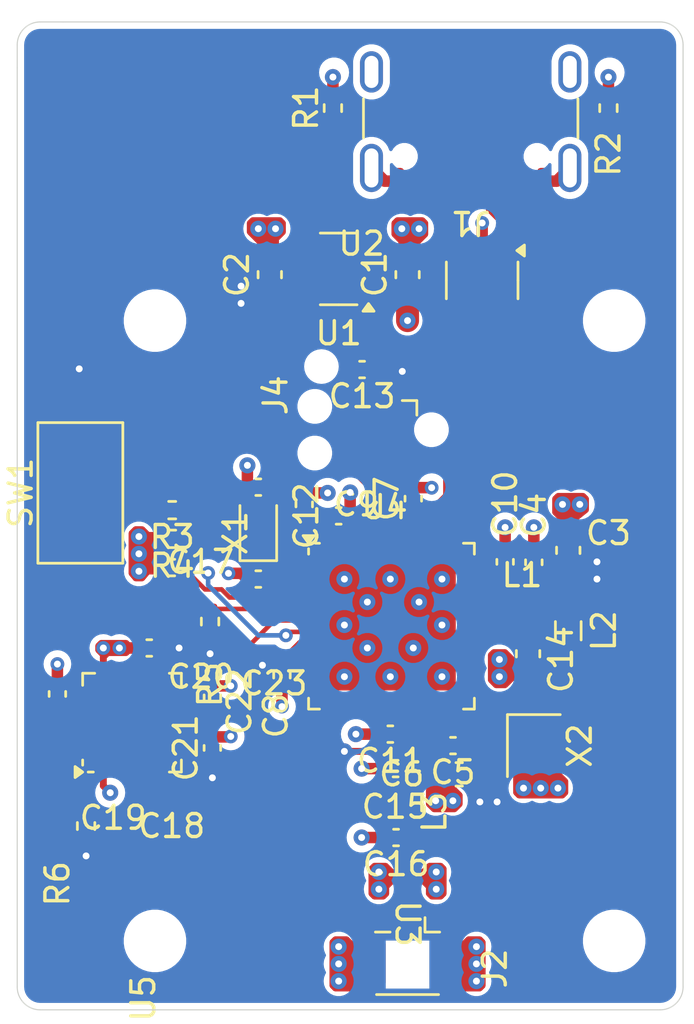
<source format=kicad_pcb>
(kicad_pcb (version 20240108) (generator "pcbnew") (generator_version "8.0")
  (layers (0 "F.Cu" signal) (1 "In1.Cu" signal) (2 "In2.Cu" signal) (31 "B.Cu" signal) (34 "B.Paste" user) (35 "F.Paste" user) (36 "B.SilkS" user "B.Silkscreen") (37 "F.SilkS" user "F.Silkscreen") (38 "B.Mask" user) (39 "F.Mask" user) (44 "Edge.Cuts" user))
  (net 0 "")
  (net 1 "+5V")
  (net 2 "GND")
  (net 3 "+3V3")
  (net 4 "/SWD_NRST")
  (net 5 "/SMPSFB")
  (net 6 "Net-(U4-RF1)")
  (net 7 "/RF_MATCH")
  (net 8 "/LSE_OUT")
  (net 9 "/LSE_IN")
  (net 10 "/BOOT0")
  (net 11 "Net-(U5-REGOUT)")
  (net 12 "Net-(U5-CPOUT)")
  (net 14 "/USB_D-")
  (net 16 "Net-(J1-CC1)")
  (net 17 "/USB_D+")
  (net 18 "Net-(J1-CC2)")
  (net 19 "/RF_NET")
  (net 20 "/SWD_DIO")
  (net 21 "/SWCLK")
  (net 22 "/SMPSLXL")
  (net 23 "/SMPSLX")
  (net 24 "Net-(R3-Pad2)")
  (net 37 "/HSE_OUT")
  (net 39 "/HSE_IN")
  (net 64 "/I2C1_SCL")
  (net 65 "/I2C1_SDA")
  (net 66 "Net-(J4-SWO)")
  (footprint "Capacitor_SMD:C_0402_1005Metric" (layer "F.Cu") (at 87.75 103.25 90)
    (property "Reference" "C23")
    (property "Value" "2n2")
  )
  (footprint "Capacitor_SMD:C_0402_1005Metric" (layer "F.Cu") (at 102.25 105 180)
    (property "Reference" "C11")
    (property "Value" "100n")
  )
  (footprint "Library:DLF-4_1P6X0P8" (layer "F.Cu") (at 103 111.25 -90)
    (property "Reference" "U3")
    (property "Value" "DLF162500LT-5028A1")
  )
  (footprint "Capacitor_SMD:C_0402_1005Metric" (layer "F.Cu") (at 91.75 101.25 180)
    (property "Reference" "C20")
    (property "Value" "100n")
  )
  (footprint "Fiducial:Fiducial_1mm_Mask2mm" (layer "F.Cu") (at 92 110)
    (property "Reference" "FID2" (hide yes))
    (property "Value" "Fiducial")
  )
  (footprint "Capacitor_SMD:C_0402_1005Metric" (layer "F.Cu") (at 108.5 97.52 90)
    (property "Reference" "C4")
    (property "Value" "100n")
  )
  (footprint "Capacitor_SMD:C_0603_1608Metric" (layer "F.Cu") (at 110 97 90)
    (property "Reference" "C3")
    (property "Value" "4u7")
  )
  (footprint "Resistor_SMD:R_0402_1005Metric" (layer "F.Cu") (at 89 109 -90)
    (property "Reference" "R6")
    (property "Value" "2k2")
  )
  (footprint "Capacitor_SMD:C_0603_1608Metric" (layer "F.Cu") (at 105.25 106.75 180)
    (property "Reference" "C6")
    (property "Value" "4u7")
  )
  (footprint "Package_TO_SOT_SMD:SOT-23-6" (layer "F.Cu") (at 106.25 85.25 -90)
    (property "Reference" "U2")
    (property "Value" "USBLC6-2SC6")
  )
  (footprint "Crystal:Crystal_SMD_2012-2Pin_2.0x1.2mm" (layer "F.Cu") (at 96.5 96.25 90)
    (property "Reference" "X1")
    (property "Value" "32kHz768")
  )
  (footprint "Capacitor_SMD:C_0402_1005Metric" (layer "F.Cu") (at 94.5 103.4 90)
    (property "Reference" "C22")
    (property "Value" "100n")
  )
  (footprint "Capacitor_SMD:C_0402_1005Metric" (layer "F.Cu") (at 102.5 109.5 180)
    (property "Reference" "C16")
    (property "Value" "0p3")
  )
  (footprint "Capacitor_SMD:C_0402_1005Metric" (layer "F.Cu") (at 107.25 97.5 90)
    (property "Reference" "C10")
    (property "Value" "100n")
  )
  (footprint "Fiducial:Fiducial_1mm_Mask2mm" (layer "F.Cu") (at 112 91)
    (property "Reference" "FID1" (hide yes))
    (property "Value" "Fiducial")
  )
  (footprint "Capacitor_SMD:C_0402_1005Metric" (layer "F.Cu") (at 101.02 89.13 180)
    (property "Reference" "C13")
    (property "Value" "100n")
  )
  (footprint "Capacitor_SMD:C_0402_1005Metric" (layer "F.Cu") (at 102.48 106.5 180)
    (property "Reference" "C15")
    (property "Value" "0p8")
  )
  (footprint "Inductor_SMD:L_0402_1005Metric" (layer "F.Cu") (at 107.985 99.25)
    (property "Reference" "L1")
    (property "Value" "10n")
  )
  (footprint "Capacitor_SMD:C_0402_1005Metric" (layer "F.Cu") (at 94.5 105.6 90)
    (property "Reference" "C21")
    (property "Value" "10n")
  )
  (footprint "Capacitor_SMD:C_0402_1005Metric" (layer "F.Cu") (at 92.75 97.75 180)
    (property "Reference" "C19")
    (property "Value" "100n")
  )
  (footprint "MountingHole:MountingHole_2.2mm_M2" (layer "F.Cu") (at 112 114)
    (property "Reference" "H2" (hide yes))
    (property "Value" "MountingHole_Pad")
  )
  (footprint "MountingHole:MountingHole_2.2mm_M2" (layer "F.Cu") (at 112 87)
    (property "Reference" "H3" (hide yes))
    (property "Value" "MountingHole_Pad")
  )
  (footprint "Capacitor_SMD:C_0402_1005Metric" (layer "F.Cu") (at 103.25 94.75 90)
    (property "Reference" "C7")
    (property "Value" "100n")
  )
  (footprint "Sensor_Motion:InvenSense_QFN-24_4x4mm_P0.5mm" (layer "F.Cu") (at 91 104.5 90)
    (property "Reference" "U5")
    (property "Value" "MPU-6050")
  )
  (footprint "MountingHole:MountingHole_2.2mm_M2" (layer "F.Cu") (at 92 87)
    (property "Reference" "H4" (hide yes))
    (property "Value" "MountingHole_Pad")
  )
  (footprint "Connector_Coaxial:U.FL_Hirose_U.FL-R-SMT-1_Vertical" (layer "F.Cu") (at 103 114.5 -90)
    (property "Reference" "J2")
    (property "Value" "Conn_Coaxial")
  )
  (footprint "Capacitor_SMD:C_0402_1005Metric" (layer "F.Cu") (at 98.5 95 90)
    (property "Reference" "C12")
    (property "Value" "100n")
  )
  (footprint "Resistor_SMD:R_0402_1005Metric" (layer "F.Cu") (at 94.4 100.1 -90)
    (property "Reference" "R5")
    (property "Value" "2k2")
  )
  (footprint "Capacitor_SMD:C_0603_1608Metric" (layer "F.Cu") (at 108.25 101.5 -90)
    (property "Reference" "C14")
    (property "Value" "4u7")
  )
  (footprint "Package_DFN_QFN:QFN-48-1EP_7x7mm_P0.5mm_EP5.6x5.6mm" (layer "F.Cu") (at 102.3 100.3)
    (property "Reference" "U4")
    (property "Value" "STM32WB55CEUx")
  )
  (footprint "Capacitor_SMD:C_0603_1608Metric" (layer "F.Cu") (at 103 85 90)
    (property "Reference" "C1")
    (property "Value" "4u7")
  )
  (footprint "Inductor_SMD:L_0805_2012Metric" (layer "F.Cu") (at 110 100.5 -90)
    (property "Reference" "L2")
    (property "Value" "10u")
  )
  (footprint "Connector_USB:USB_C_Receptacle_GCT_USB4105-xx-A_16P_TopMnt_Horizontal" (layer "F.Cu") (at 105.75 77.25 180)
    (property "Reference" "J1")
    (property "Value" "USB_C_Receptacle_USB2.0_16P")
  )
  (footprint "Connector:Tag-Connect_TC2030-IDC-NL_2x03_P1.27mm_Vertical" (layer "F.Cu") (at 101.5 91.75 180)
    (property "Reference" "J4")
    (property "Value" "TC2030")
  )
  (footprint "Fiducial:Fiducial_1mm_Mask2mm" (layer "F.Cu") (at 112 110)
    (property "Reference" "FID3" (hide yes))
    (property "Value" "Fiducial")
  )
  (footprint "Resistor_SMD:R_0402_1005Metric" (layer "F.Cu") (at 111.75 77.75 90)
    (property "Reference" "R2")
    (property "Value" "5k1")
  )
  (footprint "Capacitor_SMD:C_0402_1005Metric" (layer "F.Cu") (at 96.5 98.25 180)
    (property "Reference" "C17")
    (property "Value" "10p")
  )
  (footprint "Capacitor_SMD:C_0402_1005Metric" (layer "F.Cu") (at 104.98 105.5 180)
    (property "Reference" "C5")
    (property "Value" "100n")
  )
  (footprint "MountingHole:MountingHole_2.2mm_M2" (layer "F.Cu") (at 92 114)
    (property "Reference" "H1" (hide yes))
    (property "Value" "MountingHole_Pad")
  )
  (footprint "Package_TO_SOT_SMD:SOT-23-5" (layer "F.Cu") (at 100 84.75 180)
    (property "Reference" "U1")
    (property "Value" "MIC5365-3.3YD5")
  )
  (footprint "Capacitor_SMD:C_0402_1005Metric" (layer "F.Cu") (at 97.53 102.45 -90)
    (property "Reference" "C8")
    (property "Value" "100n")
  )
  (footprint "Inductor_SMD:L_0402_1005Metric" (layer "F.Cu") (at 103 108 -90)
    (property "Reference" "L3")
    (property "Value" "2n7")
  )
  (footprint "Crystal:Crystal_SMD_2016-4Pin_2.0x1.6mm" (layer "F.Cu") (at 108.5 105.5 -90)
    (property "Reference" "X2")
    (property "Value" "32MHz")
  )
  (footprint "Resistor_SMD:R_0402_1005Metric" (layer "F.Cu") (at 92.75 96.5 180)
    (property "Reference" "R4")
    (property "Value" "5k1")
  )
  (footprint "Button_Switch_SMD:SW_SPST_CK_RS282G05A3" (layer "F.Cu") (at 88.75 94.5 90)
    (property "Reference" "SW1")
    (property "Value" "SW_Push")
  )
  (footprint "Capacitor_SMD:C_0402_1005Metric" (layer "F.Cu") (at 100 95.5)
    (property "Reference" "C9")
    (property "Value" "100n")
  )
  (footprint "Capacitor_SMD:C_0402_1005Metric" (layer "F.Cu") (at 96.5 94.25 180)
    (property "Reference" "C18")
    (property "Value" "10p")
  )
  (footprint "Resistor_SMD:R_0402_1005Metric" (layer "F.Cu") (at 92.75 95.25 180)
    (property "Reference" "R3")
    (property "Value" "220R")
  )
  (footprint "Resistor_SMD:R_0402_1005Metric" (layer "F.Cu") (at 99.75 77.75 90)
    (property "Reference" "R1")
    (property "Value" "5k1")
  )
  (footprint "Capacitor_SMD:C_0603_1608Metric" (layer "F.Cu") (at 97 85 90)
    (property "Reference" "C2")
    (property "Value" "4u7")
  )
  (gr_line (start 86 76) (end 86 116) (stroke (width 0.05)) (layer "Edge.Cuts"))
  (gr_line (start 87 117) (end 114 117) (stroke (width 0.05)) (layer "Edge.Cuts"))
  (gr_arc (start 114 74) (mid 114.707107 74.292893) (end 115 75) (stroke (width 0.05)) (layer "Edge.Cuts"))
  (gr_line (start 114 74) (end 88 74) (stroke (width 0.05)) (layer "Edge.Cuts"))
  (gr_line (start 86 75) (end 86 76) (stroke (width 0.05)) (layer "Edge.Cuts"))
  (gr_line (start 115 116) (end 115 75) (stroke (width 0.05)) (layer "Edge.Cuts"))
  (gr_arc (start 86 75) (mid 86.292893 74.292893) (end 87 74) (stroke (width 0.05)) (layer "Edge.Cuts"))
  (gr_line (start 87 74) (end 88 74) (stroke (width 0.05)) (layer "Edge.Cuts"))
  (gr_arc (start 87 117) (mid 86.292893 116.707107) (end 86 116) (stroke (width 0.05)) (layer "Edge.Cuts"))
  (gr_arc (start 115 116) (mid 114.707107 116.707107) (end 114 117) (stroke (width 0.05)) (layer "Edge.Cuts"))
  (segment (start 112 110) (end 112 109.7) (width 0.15) (layer "F.Cu") (net 0))
  (segment (start 108.15 84.677684) (end 108.15 80.93) (width 0.5) (layer "F.Cu") (net 1))
  (segment (start 101.1375 83.8) (end 101.1375 83.1125) (width 0.5) (layer "F.Cu") (net 1))
  (segment (start 104.25 82) (end 104.55 82.3) (width 0.5) (layer "F.Cu") (net 1))
  (segment (start 104.55 84.877684) (end 104.922316 85.25) (width 0.5) (layer "F.Cu") (net 1))
  (segment (start 104.55 82.3) (end 104.55 84.877684) (width 0.5) (layer "F.Cu") (net 1))
  (segment (start 102.25 82) (end 103.25 82) (width 0.5) (layer "F.Cu") (net 1))
  (segment (start 106.25 85.25) (end 107.577684 85.25) (width 0.5) (layer "F.Cu") (net 1))
  (segment (start 103.35 81.9) (end 103.25 82) (width 0.5) (layer "F.Cu") (net 1))
  (segment (start 101.1375 83.1125) (end 102.25 82) (width 0.5) (layer "F.Cu") (net 1))
  (segment (start 103.25 82) (end 104.25 82) (width 0.5) (layer "F.Cu") (net 1))
  (segment (start 103 85.775) (end 103 87) (width 1) (layer "F.Cu") (net 1))
  (segment (start 104.922316 85.25) (end 106.25 85.25) (width 0.5) (layer "F.Cu") (net 1))
  (segment (start 103.35 80.93) (end 103.35 81.9) (width 0.5) (layer "F.Cu") (net 1))
  (segment (start 102.925 85.7) (end 103 85.775) (width 0.5) (layer "F.Cu") (net 1))
  (segment (start 106.25 86.3875) (end 106.25 85.25) (width 0.5) (layer "F.Cu") (net 1))
  (segment (start 107.577684 85.25) (end 108.15 84.677684) (width 0.5) (layer "F.Cu") (net 1))
  (segment (start 101.1375 85.7) (end 102.925 85.7) (width 0.5) (layer "F.Cu") (net 1))
  (via (at 103 87) (size 0.7) (drill 0.3) (layers "F.Cu" "B.Cu") (net 1))
  (segment (start 91.22 101.3) (end 91.27 101.25) (width 0.3) (layer "F.Cu") (net 2))
  (segment (start 102.02 109.5) (end 101 109.5) (width 0.5) (layer "F.Cu") (net 2))
  (segment (start 89.75 107.25) (end 90.05 107.55) (width 0.3) (layer "F.Cu") (net 2))
  (segment (start 106.25 84.1125) (end 106.25 82.75) (width 0.5) (layer "F.Cu") (net 2))
  (segment (start 100.54 89.13) (end 100.54 89.93) (width 0.5) (layer "F.Cu") (net 2))
  (segment (start 104.05 105.05) (end 104.5 105.5) (width 0.3) (layer "F.Cu") (net 2))
  (segment (start 94.453154 102.92) (end 94.5 102.92) (width 0.3) (layer "F.Cu") (net 2))
  (segment (start 108.5 97.02) (end 108.5 96) (width 0.5) (layer "F.Cu") (net 2))
  (segment (start 96.025 93.3) (end 96.025 94.245) (width 0.5) (layer "F.Cu") (net 2))
  (segment (start 102.02 106.5) (end 101 106.5) (width 0.5) (layer "F.Cu") (net 2))
  (segment (start 92.95 104.75) (end 94.13 104.75) (width 0.3) (layer "F.Cu") (net 2))
  (segment (start 102.55 80.93) (end 102.005 80.93) (width 0.5) (layer "F.Cu") (net 2))
  (segment (start 99.75 76.4) (end 99.75 77.24) (width 0.5) (layer "F.Cu") (net 2))
  (segment (start 96.025 94.245) (end 96.02 94.25) (width 0.5) (layer "F.Cu") (net 2))
  (segment (start 104.475 105.525) (end 104.5 105.5) (width 0.3) (layer "F.Cu") (net 2))
  (segment (start 111.75 76.4) (end 111.75 77.24) (width 0.5) (layer "F.Cu") (net 2))
  (segment (start 107.25 97.02) (end 107.25 96) (width 0.5) (layer "F.Cu") (net 2))
  (segment (start 92.95 103.75) (end 93.623154 103.75) (width 0.3) (layer "F.Cu") (net 2))
  (segment (start 108.95 80.93) (end 109.495 80.93) (width 0.5) (layer "F.Cu") (net 2))
  (segment (start 95.2 98) (end 95.77 98) (width 0.5) (layer "F.Cu") (net 2))
  (segment (start 100.54 89.93) (end 100.23 90.24) (width 0.5) (layer "F.Cu") (net 2))
  (segment (start 101.77 105) (end 100.75 105) (width 0.5) (layer "F.Cu") (net 2))
  (segment (start 87.75 102.77) (end 87.75 101.95) (width 0.5) (layer "F.Cu") (net 2))
  (segment (start 98.5 94.5) (end 99.52 94.5) (width 0.5) (layer "F.Cu") (net 2))
  (segment (start 109.495 80.93) (end 110.07 80.355) (width 0.5) (layer "F.Cu") (net 2))
  (segment (start 93.623154 103.75) (end 94.453154 102.92) (width 0.3) (layer "F.Cu") (net 2))
  (segment (start 95.28 105.12) (end 95.3 105.1) (width 0.3) (layer "F.Cu") (net 2))
  (segment (start 103.05 99.55) (end 102.3 100.3) (width 0.3) (layer "F.Cu") (net 2))
  (segment (start 95.3 102.9) (end 94.52 102.9) (width 0.5) (layer "F.Cu") (net 2))
  (segment (start 104.5 106.545) (end 104.705 106.75) (width 0.5) (layer "F.Cu") (net 2))
  (segment (start 92.24 97.72) (end 92.27 97.75) (width 0.5) (layer "F.Cu") (net 2))
  (segment (start 94.13 104.75) (end 94.5 105.12) (width 0.3) (layer "F.Cu") (net 2))
  (segment (start 95.77 98) (end 96.02 98.25) (width 0.5) (layer "F.Cu") (net 2))
  (segment (start 100.5 95.5) (end 100.5 94.48) (width 0.5) (layer "F.Cu") (net 2))
  (segment (start 102.475 84.75) (end 103 84.225) (width 0.5) (layer "F.Cu") (net 2))
  (segment (start 101.1375 84.75) (end 102.475 84.75) (width 0.5) (layer "F.Cu") (net 2))
  (segment (start 94.5 105.12) (end 95.28 105.12) (width 0.5) (layer "F.Cu") (net 2))
  (segment (start 104.045 94.27) (end 104.05 94.275) (width 0.5) (layer "F.Cu") (net 2))
  (segment (start 89.75 106.45) (end 89.75 107.25) (width 0.3) (layer "F.Cu") (net 2))
  (segment (start 104.05 103.7375) (end 104.05 105.05) (width 0.3) (layer "F.Cu") (net 2))
  (segment (start 104.05 102.05) (end 102.3 100.3) (width 0.3) (layer "F.Cu") (net 2))
  (segment (start 103.25 94.27) (end 104.045 94.27) (width 0.5) (layer "F.Cu") (net 2))
  (segment (start 105.7375 99.55) (end 103.05 99.55) (width 0.3) (layer "F.Cu") (net 2))
  (segment (start 97.53 102.93) (end 97.53 103.8) (width 0.5) (layer "F.Cu") (net 2))
  (segment (start 100.23 90.24) (end 100.23 91.115) (width 0.5) (layer "F.Cu") (net 2))
  (segment (start 102.005 80.93) (end 101.43 80.355) (width 0.5) (layer "F.Cu") (net 2))
  (segment (start 104.975 107.9) (end 104.225 107.9) (width 0.5) (layer "F.Cu") (net 2))
  (segment (start 94.52 102.9) (end 94.5 102.92) (width 0.3) (layer "F.Cu") (net 2))
  (via (at 95.2 98) (size 0.6) (drill 0.3) (layers "F.Cu" "B.Cu") (net 2))
  (via (at 100.5 94.48) (size 0.7) (drill 0.3) (layers "F.Cu" "B.Cu") (net 2))
  (via (at 96.025 93.3) (size 0.7) (drill 0.3) (layers "F.Cu" "B.Cu") (net 2))
  (via (at 101.25 99.25) (size 0.7) (drill 0.3) (layers "F.Cu" "B.Cu") (net 2))
  (via (at 108.8 107.35) (size 0.7) (drill 0.3) (layers "F.Cu" "B.Cu") (net 2))
  (via (at 104.25 111) (size 0.7) (drill 0.3) (layers "F.Cu" "B.Cu") (net 2))
  (via (at 101.25 101.25) (size 0.7) (drill 0.3) (layers "F.Cu" "B.Cu") (net 2))
  (via (at 108.5 96) (size 0.7) (drill 0.3) (layers "F.Cu" "B.Cu") (net 2))
  (via (at 106.25 82.75) (size 0.6) (drill 0.3) (layers "F.Cu" "B.Cu") (net 2))
  (via (at 106 115.75) (size 0.7) (drill 0.3) (layers "F.Cu" "B.Cu") (net 2))
  (via (at 102.75 83) (size 0.7) (drill 0.3) (layers "F.Cu" "B.Cu") (net 2))
  (via (at 101 109.5) (size 0.7) (drill 0.3) (layers "F.Cu" "B.Cu") (net 2))
  (via (at 103.5 99.25) (size 0.7) (drill 0.3) (layers "F.Cu" "B.Cu") (net 2))
  (via (at 102.25 102.5) (size 0.7) (drill 0.3) (layers "F.Cu" "B.Cu") (net 2))
  (via (at 95.3 102.9) (size 0.6) (drill 0.3) (layers "F.Cu" "B.Cu") (net 2))
  (via (at 101.75 111.75) (size 0.7) (drill 0.3) (layers "F.Cu" "B.Cu") (net 2))
  (via (at 90.05 107.55) (size 0.7) (drill 0.3) (layers "F.Cu" "B.Cu") (net 2))
  (via (at 90.45 101.25) (size 0.6) (drill 0.3) (layers "F.Cu" "B.Cu") (net 2))
  (via (at 104.5 102.5) (size 0.7) (drill 0.3) (layers "F.Cu" "B.Cu") (net 2))
  (via (at 100 115.75) (size 0.7) (drill 0.3) (layers "F.Cu" "B.Cu") (net 2))
  (via (at 103.5 83) (size 0.7) (drill 0.3) (layers "F.Cu" "B.Cu") (net 2))
  (via (at 107 102.5) (size 0.7) (drill 0.3) (layers "F.Cu" "B.Cu") (net 2))
  (via (at 110.5 95) (size 0.7) (drill 0.3) (layers "F.Cu" "B.Cu") (net 2))
  (via (at 101.75 111) (size 0.7) (drill 0.3) (layers "F.Cu" "B.Cu") (net 2))
  (via (at 101 106.5) (size 0.7) (drill 0.3) (layers "F.Cu" "B.Cu") (net 2))
  (via (at 91.3 96.4) (size 0.7) (drill 0.3) (layers "F.Cu" "B.Cu") (net 2))
  (via (at 99.75 76.4) (size 0.7) (drill 0.3) (layers "F.Cu" "B.Cu") (net 2))
  (via (at 108.05 107.35) (size 0.7) (drill 0.3) (layers "F.Cu" "B.Cu") (net 2))
  (via (at 109.55 107.35) (size 0.7) (drill 0.3) (layers "F.Cu" "B.Cu") (net 2))
  (via (at 109.75 95) (size 0.7) (drill 0.3) (layers "F.Cu" "B.Cu") (net 2))
  (via (at 89.75 101.25) (size 0.6) (drill 0.3) (layers "F.Cu" "B.Cu") (net 2))
  (via (at 106 114.25) (size 0.7) (drill 0.3) (layers "F.Cu" "B.Cu") (net 2))
  (via (at 91.3 97.15) (size 0.7) (drill 0.3) (layers "F.Cu" "B.Cu") (net 2))
  (via (at 87.75 101.95) (size 0.6) (drill 0.3) (layers "F.Cu" "B.Cu") (net 2))
  (via (at 100.25 98.25) (size 0.7) (drill 0.3) (layers "F.Cu" "B.Cu") (net 2))
  (via (at 100.75 105) (size 0.7) (drill 0.3) (layers "F.Cu" "B.Cu") (net 2))
  (via (at 104.05 94.275) (size 0.6) (drill 0.3) (layers "F.Cu" "B.Cu") (net 2))
  (via (at 111.75 76.4) (size 0.7) (drill 0.3) (layers "F.Cu" "B.Cu") (net 2))
  (via (at 95.3 105.1) (size 0.6) (drill 0.3) (layers "F.Cu" "B.Cu") (net 2))
  (via (at 99.52 94.5) (size 0.7) (drill 0.3) (layers "F.Cu" "B.Cu") (net 2))
  (via (at 100 114.25) (size 0.7) (drill 0.3) (layers "F.Cu" "B.Cu") (net 2))
  (via (at 104.225 107.9) (size 0.7) (drill 0.3) (layers "F.Cu" "B.Cu") (net 2))
  (via (at 104.5 100.25) (size 0.7) (drill 0.3) (layers "F.Cu" "B.Cu") (net 2))
  (via (at 104.5 98.25) (size 0.7) (drill 0.3) (layers "F.Cu" "B.Cu") (net 2))
  (via (at 97.25 83) (size 0.7) (drill 0.3) (layers "F.Cu" "B.Cu") (net 2))
  (via (at 91.3 97.910003) (size 0.7) (drill 0.3) (layers "F.Cu" "B.Cu") (net 2))
  (via (at 100.25 102.5) (size 0.7) (drill 0.3) (layers "F.Cu" "B.Cu") (net 2))
  (via (at 102.25 98.25) (size 0.7) (drill 0.3) (layers "F.Cu" "B.Cu") (net 2))
  (via (at 103.25 101.25) (size 0.7) (drill 0.3) (layers "F.Cu" "B.Cu") (net 2))
  (via (at 107.25 96) (size 0.7) (drill 0.3) (layers "F.Cu" "B.Cu") (net 2))
  (via (at 106 115) (size 0.7) (drill 0.3) (layers "F.Cu" "B.Cu") (net 2))
  (via (at 107 101.75) (size 0.7) (drill 0.3) (layers "F.Cu" "B.Cu") (net 2))
  (via (at 100.25 100.25) (size 0.7) (drill 0.3) (layers "F.Cu" "B.Cu") (net 2))
  (via (at 96.5 83) (size 0.7) (drill 0.3) (layers "F.Cu" "B.Cu") (net 2))
  (via (at 97.53 103.8) (size 0.6) (drill 0.3) (layers "F.Cu" "B.Cu") (net 2))
  (via (at 100 115) (size 0.7) (drill 0.3) (layers "F.Cu" "B.Cu") (net 2))
  (via (at 104.975 107.9) (size 0.7) (drill 0.3) (layers "F.Cu" "B.Cu") (net 2))
  (via (at 104.25 111.75) (size 0.7) (drill 0.3) (layers "F.Cu" "B.Cu") (net 2))
  (segment (start 98.32 101.05) (end 98.8625 101.05) (width 0.3) (layer "F.Cu") (net 3))
  (segment (start 105.46 105.5) (end 105.46 105.453154) (width 0.3) (layer "F.Cu") (net 3))
  (segment (start 94.5 106.08) (end 94.5 106.9) (width 0.5) (layer "F.Cu") (net 3))
  (segment (start 93.725 105.725) (end 94.08 106.08) (width 0.3) (layer "F.Cu") (net 3))
  (segment (start 104.55 104.543154) (end 104.55 103.7375) (width 0.3) (layer "F.Cu") (net 3))
  (segment (start 97.53 101.84) (end 98.32 101.05) (width 0.3) (layer "F.Cu") (net 3))
  (segment (start 103.55 95.53) (end 103.55 96.8625) (width 0.3) (layer "F.Cu") (net 3))
  (segment (start 105.46 105.453154) (end 104.55 104.543154) (width 0.3) (layer "F.Cu") (net 3))
  (segment (start 93.725 105.49688) (end 93.725 105.725) (width 0.3) (layer "F.Cu") (net 3))
  (segment (start 103.25 95.23) (end 103.55 95.53) (width 0.3) (layer "F.Cu") (net 3))
  (segment (start 100.25 105.75) (end 102.289999 105.75) (width 0.3) (layer "F.Cu") (net 3))
  (segment (start 102.73 105) (end 103.05 104.68) (width 0.3) (layer "F.Cu") (net 3))
  (segment (start 102.77 91.115) (end 102.77 89.21) (width 1) (layer "F.Cu") (net 3))
  (segment (start 96.71 101.97) (end 96.68 102) (width 0.5) (layer "F.Cu") (net 3))
  (segment (start 97.53 101.97) (end 96.71 101.97) (width 0.5) (layer "F.Cu") (net 3))
  (segment (start 94.08 106.08) (end 94.5 106.08) (width 0.3) (layer "F.Cu") (net 3))
  (segment (start 88.7 90.55) (end 88.75 90.6) (width 0.5) (layer "F.Cu") (net 3))
  (segment (start 97.53 101.97) (end 97.53 101.84) (width 0.3) (layer "F.Cu") (net 3))
  (segment (start 97.5 102) (end 97.53 101.97) (width 0.2) (layer "F.Cu") (net 3))
  (segment (start 106.025 106.065) (end 105.46 105.5) (width 0.3) (layer "F.Cu") (net 3))
  (segment (start 92.25 102.55) (end 92.25 101.27) (width 0.3) (layer "F.Cu") (net 3))
  (segment (start 103.05 104.68) (end 103.05 103.7375) (width 0.3) (layer "F.Cu") (net 3))
  (segment (start 93.47812 105.25) (end 93.725 105.49688) (width 0.3) (layer "F.Cu") (net 3))
  (segment (start 92.23 101.25) (end 93.05 101.25) (width 0.5) (layer "F.Cu") (net 3))
  (segment (start 89 109.51) (end 89 110.3) (width 0.5) (layer "F.Cu") (net 3))
  (segment (start 106.025 106.75) (end 106.025 106.065) (width 0.3) (layer "F.Cu") (net 3))
  (segment (start 102.289999 105.75) (end 102.73 105.309999) (width 0.3) (layer "F.Cu") (net 3))
  (segment (start 94.30812 106.08) (end 94.5 106.08) (width 0.3) (layer "F.Cu") (net 3))
  (segment (start 94.4 101.5) (end 94.4 100.61) (width 0.5) (layer "F.Cu") (net 3))
  (segment (start 92.25 101.27) (end 92.23 101.25) (width 0.3) (layer "F.Cu") (net 3))
  (segment (start 92.95 105.25) (end 93.47812 105.25) (width 0.3) (layer "F.Cu") (net 3))
  (segment (start 88.7 89.1) (end 88.7 90.55) (width 0.5) (layer "F.Cu") (net 3))
  (segment (start 102.73 105.309999) (end 102.73 105) (width 0.3) (layer "F.Cu") (net 3))
  (via (at 94.4 101.5) (size 0.6) (drill 0.3) (layers "F.Cu" "B.Cu") (net 3))
  (via (at 95.75 85.5) (size 0.7) (drill 0.3) (layers "F.Cu" "B.Cu") (net 3))
  (via (at 106.9 107.95) (size 0.7) (drill 0.3) (layers "F.Cu" "B.Cu") (net 3))
  (via (at 106.15 107.95) (size 0.7) (drill 0.3) (layers "F.Cu" "B.Cu") (net 3))
  (via (at 93.05 101.25) (size 0.6) (drill 0.3) (layers "F.Cu" "B.Cu") (net 3))
  (via (at 94.5 106.9) (size 0.6) (drill 0.3) (layers "F.Cu" "B.Cu") (net 3))
  (via (at 96.68 102) (size 0.6) (drill 0.3) (layers "F.Cu" "B.Cu") (net 3))
  (via (at 89 110.3) (size 0.6) (drill 0.3) (layers "F.Cu" "B.Cu") (net 3))
  (via (at 100.25 105.75) (size 0.7) (drill 0.3) (layers "F.Cu" "B.Cu") (net 3))
  (via (at 95.75 86.25) (size 0.7) (drill 0.3) (layers "F.Cu" "B.Cu") (net 3))
  (via (at 111.25 98.25) (size 0.7) (drill 0.3) (layers "F.Cu" "B.Cu") (net 3))
  (via (at 102.77 89.21) (size 0.7) (drill 0.3) (layers "F.Cu" "B.Cu") (net 3))
  (via (at 88.7 89.1) (size 0.6) (drill 0.3) (layers "F.Cu" "B.Cu") (net 3))
  (via (at 111.25 97.5) (size 0.7) (drill 0.3) (layers "F.Cu" "B.Cu") (net 3))
  (segment (start 98.8625 100.55) (end 97.85 100.55) (width 0.2) (layer "F.Cu") (net 4))
  (segment (start 94.314265 97.985735) (end 94.3 97.97147) (width 0.2) (layer "F.Cu") (net 4))
  (segment (start 97.85 100.55) (end 97.7 100.7) (width 0.2) (layer "F.Cu") (net 4))
  (via (at 94.314265 97.985735) (size 0.6) (drill 0.3) (layers "F.Cu" "B.Cu") (net 4))
  (via (at 97.7 100.7) (size 0.6) (drill 0.3) (layers "F.Cu" "B.Cu") (net 4))
  (segment (start 94.314265 97.985735) (end 94.314265 98.514265) (width 0.2) (layer "B.Cu") (net 4))
  (segment (start 94.314265 98.514265) (end 96.5 100.7) (width 0.2) (layer "B.Cu") (net 4))
  (segment (start 96.5 100.7) (end 97.7 100.7) (width 0.2) (layer "B.Cu") (net 4))
  (segment (start 103.55 105.91) (end 102.96 106.5) (width 0.17) (layer "F.Cu") (net 6))
  (segment (start 103.55 103.7375) (end 103.55 105.91) (width 0.17) (layer "F.Cu") (net 6))
  (segment (start 102.96 106.5) (end 102.96 107.475) (width 0.17) (layer "F.Cu") (net 6))
  (segment (start 102.96 107.475) (end 103 107.515) (width 0.17) (layer "F.Cu") (net 6))
  (segment (start 103 109.48) (end 102.98 109.5) (width 0.17) (layer "F.Cu") (net 7))
  (segment (start 102.98 110.6204) (end 103 110.6404) (width 0.17) (layer "F.Cu") (net 7))
  (segment (start 102.98 109.5) (end 102.98 110.6204) (width 0.17) (layer "F.Cu") (net 7))
  (segment (start 103 108.485) (end 103 109.48) (width 0.17) (layer "F.Cu") (net 7))
  (segment (start 96.98 97.88) (end 96.5 97.4) (width 0.2) (layer "F.Cu") (net 8))
  (segment (start 96.98 98.25) (end 97.03 98.3) (width 0.3) (layer "F.Cu") (net 8))
  (segment (start 96.5 97.4) (end 96.5 96.95) (width 0.2) (layer "F.Cu") (net 8))
  (segment (start 98.8625 98.55) (end 97.897464 98.55) (width 0.2) (layer "F.Cu") (net 8))
  (segment (start 97.647464 98.3) (end 97.03 98.3) (width 0.2) (layer "F.Cu") (net 8))
  (segment (start 96.98 98.25) (end 96.98 97.88) (width 0.2) (layer "F.Cu") (net 8))
  (segment (start 97.897464 98.55) (end 97.647464 98.3) (width 0.2) (layer "F.Cu") (net 8))
  (segment (start 96.5 95.1) (end 96.5 95.55) (width 0.2) (layer "F.Cu") (net 9))
  (segment (start 98.410614 98.05) (end 98.8625 98.05) (width 0.2) (layer "F.Cu") (net 9))
  (segment (start 96.98 94.25) (end 97.45 94.25) (width 0.2) (layer "F.Cu") (net 9))
  (segment (start 97.45 94.25) (end 97.7 94.5) (width 0.2) (layer "F.Cu") (net 9))
  (segment (start 97.7 94.5) (end 97.7 97.339386) (width 0.2) (layer "F.Cu") (net 9))
  (segment (start 96.98 94.25) (end 96.98 94.62) (width 0.2) (layer "F.Cu") (net 9))
  (segment (start 96.98 94.62) (end 96.5 95.1) (width 0.2) (layer "F.Cu") (net 9))
  (segment (start 96.660614 95.55) (end 96.5 95.55) (width 0.2) (layer "F.Cu") (net 9))
  (segment (start 97.7 97.339386) (end 98.410614 98.05) (width 0.2) (layer "F.Cu") (net 9))
  (segment (start 94.9 98.7) (end 94.18 98.7) (width 0.2) (layer "F.Cu") (net 10))
  (segment (start 93.26 95.25) (end 93.26 96.5) (width 0.3) (layer "F.Cu") (net 10))
  (segment (start 93.23 96.53) (end 93.26 96.5) (width 0.3) (layer "F.Cu") (net 10))
  (segment (start 94.18 98.7) (end 93.23 97.75) (width 0.2) (layer "F.Cu") (net 10))
  (segment (start 93.23 97.75) (end 93.23 96.53) (width 0.3) (layer "F.Cu") (net 10))
  (segment (start 98.8625 99.05) (end 95.25 99.05) (width 0.2) (layer "F.Cu") (net 10))
  (segment (start 95.25 99.05) (end 94.9 98.7) (width 0.2) (layer "F.Cu") (net 10))
  (segment (start 94.13 104.25) (end 94.5 103.88) (width 0.3) (layer "F.Cu") (net 11))
  (segment (start 92.95 104.25) (end 94.13 104.25) (width 0.3) (layer "F.Cu") (net 11))
  (segment (start 87.77 103.75) (end 89.05 103.75) (width 0.3) (layer "F.Cu") (net 12))
  (segment (start 87.75 103.73) (end 87.77 103.75) (width 0.3) (layer "F.Cu") (net 12))
  (segment (start 105.9 87.7) (end 107 87.7) (width 0.2) (layer "F.Cu") (net 14))
  (segment (start 106.5 82) (end 106.5 82.172685) (width 0.17) (layer "F.Cu") (net 14))
  (segment (start 106.5 82.172685) (end 107.2 82.872685) (width 0.17) (layer "F.Cu") (net 14))
  (segment (start 105.5 81.72674) (end 105.77326 82) (width 0.17) (layer "F.Cu") (net 14))
  (segment (start 106.5 80.93) (end 106.5 82) (width 0.17) (layer "F.Cu") (net 14))
  (segment (start 105.5 80.93) (end 105.5 81.72674) (width 0.17) (layer "F.Cu") (net 14))
  (segment (start 105.05 96.206249) (end 105.025 96.181249) (width 0.2) (layer "F.Cu") (net 14))
  (segment (start 105.462632 95.229371) (end 105.462632 88.137368) (width 0.2) (layer "F.Cu") (net 14))
  (segment (start 105.05 96.8625) (end 105.05 96.206249) (width 0.2) (layer "F.Cu") (net 14))
  (segment (start 105.77326 82) (end 106.5 82) (width 0.17) (layer "F.Cu") (net 14))
  (segment (start 107.2 82.872685) (end 107.2 84.1125) (width 0.17) (layer "F.Cu") (net 14))
  (segment (start 105.025 95.667003) (end 105.462632 95.229371) (width 0.2) (layer "F.Cu") (net 14))
  (segment (start 107 87.7) (end 107.2 87.5) (width 0.2) (layer "F.Cu") (net 14))
  (segment (start 105.462632 88.137368) (end 105.9 87.7) (width 0.2) (layer "F.Cu") (net 14))
  (segment (start 105.025 96.181249) (end 105.025 95.667003) (width 0.2) (layer "F.Cu") (net 14))
  (segment (start 107.2 87.5) (end 107.2 86.3875) (width 0.2) (layer "F.Cu") (net 14))
  (segment (start 107 80.93) (end 107 79.75) (width 0.15) (layer "F.Cu") (net 16))
  (segment (start 108.49 78.26) (end 111.75 78.26) (width 0.15) (layer "F.Cu") (net 16))
  (segment (start 107 79.75) (end 108.49 78.26) (width 0.15) (layer "F.Cu") (net 16))
  (segment (start 105.3 86.3875) (end 105.3 87.651103) (width 0.2) (layer "F.Cu") (net 17))
  (segment (start 104.575 96.181249) (end 104.55 96.206249) (width 0.2) (layer "F.Cu") (net 17))
  (segment (start 105 80.343804) (end 105.273804 80.07) (width 0.17) (layer "F.Cu") (net 17))
  (segment (start 105 81.75) (end 105.3 82.05) (width 0.17) (layer "F.Cu") (net 17))
  (segment (start 104.55 96.206249) (end 104.55 96.8625) (width 0.2) (layer "F.Cu") (net 17))
  (segment (start 105.273804 80.07) (end 105.726196 80.07) (width 0.17) (layer "F.Cu") (net 17))
  (segment (start 105 80.93) (end 105 80.343804) (width 0.17) (layer "F.Cu") (net 17))
  (segment (start 105.3 87.651103) (end 105.012652 87.938451) (width 0.2) (layer "F.Cu") (net 17))
  (segment (start 105.726196 80.07) (end 106 80.343804) (width 0.17) (layer "F.Cu") (net 17))
  (segment (start 105.3 82.05) (end 105.3 84.1125) (width 0.17) (layer "F.Cu") (net 17))
  (segment (start 105.012652 87.938451) (end 105.012652 95.042983) (width 0.2) (layer "F.Cu") (net 17))
  (segment (start 105 80.93) (end 105 81.75) (width 0.17) (layer "F.Cu") (net 17))
  (segment (start 106 80.343804) (end 106 80.93) (width 0.17) (layer "F.Cu") (net 17))
  (segment (start 104.575 95.480635) (end 104.575 96.181249) (width 0.2) (layer "F.Cu") (net 17))
  (segment (start 105.012652 95.042983) (end 104.575 95.480635) (width 0.2) (layer "F.Cu") (net 17))
  (segment (start 104 79.5) (end 102.76 78.26) (width 0.15) (layer "F.Cu") (net 18))
  (segment (start 104 80.93) (end 104 79.5) (width 0.15) (layer "F.Cu") (net 18))
  (segment (start 102.76 78.26) (end 99.75 78.26) (width 0.15) (layer "F.Cu") (net 18))
  (segment (start 103 111.8596) (end 103 113.45) (width 0.17) (layer "F.Cu") (net 19))
  (segment (start 102.77 92.385) (end 103.326775 92.385) (width 0.15) (layer "F.Cu") (net 20))
  (segment (start 104.625 94.588173) (end 104.05 95.163173) (width 0.15) (layer "F.Cu") (net 20))
  (segment (start 104.625 93.683225) (end 104.625 94.588173) (width 0.15) (layer "F.Cu") (net 20))
  (segment (start 103.326775 92.385) (end 104.625 93.683225) (width 0.15) (layer "F.Cu") (net 20))
  (segment (start 104.05 95.163173) (end 104.05 96.8625) (width 0.15) (layer "F.Cu") (net 20))
  (segment (start 102.1 95.4) (end 102.1 92.985) (width 0.3) (layer "F.Cu") (net 21))
  (segment (start 102.775 96.075) (end 102.1 95.4) (width 0.3) (layer "F.Cu") (net 21))
  (segment (start 103.05 96.339904) (end 102.785096 96.075) (width 0.3) (layer "F.Cu") (net 21))
  (segment (start 102.1 92.985) (end 101.5 92.385) (width 0.3) (layer "F.Cu") (net 21))
  (segment (start 102.785096 96.075) (end 102.775 96.075) (width 0.3) (layer "F.Cu") (net 21))
  (segment (start 103.05 96.8625) (end 103.05 96.339904) (width 0.3) (layer "F.Cu") (net 21))
  (segment (start 108.47 99.25) (end 109.8125 99.25) (width 0.5) (layer "F.Cu") (net 22))
  (segment (start 109.8125 99.25) (end 110 99.4375) (width 0.5) (layer "F.Cu") (net 22))
  (segment (start 89.375 97.25) (end 89 97.25) (width 0.2) (layer "F.Cu") (net 24))
  (segment (start 91.375 95.25) (end 89.375 97.25) (width 0.2) (layer "F.Cu") (net 24))
  (segment (start 89 97.25) (end 88.75 97.5) (width 0.2) (layer "F.Cu") (net 24))
  (segment (start 92.24 95.25) (end 91.375 95.25) (width 0.2) (layer "F.Cu") (net 24))
  (segment (start 88.75 97.5) (end 88.75 98.4) (width 0.2) (layer "F.Cu") (net 24))
  (segment (start 106.475 104.8) (end 107.95 104.8) (width 0.2) (layer "F.Cu") (net 37))
  (segment (start 105.05 103.7375) (end 105.4125 103.7375) (width 0.2) (layer "F.Cu") (net 37))
  (segment (start 105.4125 103.7375) (end 106.475 104.8) (width 0.2) (layer "F.Cu") (net 37))
  (segment (start 106.3375 103.65) (end 105.7375 103.05) (width 0.2) (layer "F.Cu") (net 39))
  (segment (start 109.05 103.95) (end 108.75 103.65) (width 0.2) (layer "F.Cu") (net 39))
  (segment (start 109.05 104.8) (end 109.05 103.95) (width 0.2) (layer "F.Cu") (net 39))
  (segment (start 108.75 103.65) (end 106.3375 103.65) (width 0.2) (layer "F.Cu") (net 39))
  (segment (start 88.25 100.25) (end 86.7 101.8) (width 0.2) (layer "F.Cu") (net 64))
  (segment (start 91.91 99.59) (end 91.25 100.25) (width 0.2) (layer "F.Cu") (net 64))
  (segment (start 86.7 104.25) (end 87.7 105.25) (width 0.2) (layer "F.Cu") (net 64))
  (segment (start 91.25 100.25) (end 88.25 100.25) (width 0.2) (layer "F.Cu") (net 64))
  (segment (start 86.7 101.8) (end 86.7 104.25) (width 0.2) (layer "F.Cu") (net 64))
  (segment (start 98.8625 99.55) (end 94.44 99.55) (width 0.2) (layer "F.Cu") (net 64))
  (segment (start 94.4 99.59) (end 91.91 99.59) (width 0.2) (layer "F.Cu") (net 64))
  (segment (start 94.44 99.55) (end 94.4 99.59) (width 0.2) (layer "F.Cu") (net 64))
  (segment (start 87.7 105.25) (end 89.05 105.25) (width 0.2) (layer "F.Cu") (net 64))
  (segment (start 96 106.7) (end 96 101.25) (width 0.2) (layer "F.Cu") (net 65))
  (segment (start 94.7 108) (end 96 106.7) (width 0.2) (layer "F.Cu") (net 65))
  (segment (start 97.2 100.05) (end 98.8625 100.05) (width 0.2) (layer "F.Cu") (net 65))
  (segment (start 89 108.49) (end 90.76 108.49) (width 0.2) (layer "F.Cu") (net 65))
  (segment (start 88.25 106) (end 88.5 105.75) (width 0.2) (layer "F.Cu") (net 65))
  (segment (start 89 108) (end 88.25 107.25) (width 0.2) (layer "F.Cu") (net 65))
  (segment (start 88.5 105.75) (end 89.05 105.75) (width 0.2) (layer "F.Cu") (net 65))
  (segment (start 89 108.49) (end 89 108) (width 0.2) (layer "F.Cu") (net 65))
  (segment (start 91.25 108) (end 94.7 108) (width 0.2) (layer "F.Cu") (net 65))
  (segment (start 88.25 107.25) (end 88.25 106) (width 0.2) (layer "F.Cu") (net 65))
  (segment (start 90.76 108.49) (end 91.25 108) (width 0.2) (layer "F.Cu") (net 65))
  (segment (start 96 101.25) (end 97.2 100.05) (width 0.2) (layer "F.Cu") (net 65))
  (segment (start 102.05 96.339904) (end 101.4 95.689904) (width 0.3) (layer "F.Cu") (net 66))
  (segment (start 101.4 94.275) (end 100.23 93.105) (width 0.3) (layer "F.Cu") (net 66))
  (segment (start 101.4 95.689904) (end 101.4 94.275) (width 0.3) (layer "F.Cu") (net 66))
  (segment (start 100.23 93.105) (end 100.23 92.385) (width 0.3) (layer "F.Cu") (net 66))
  (segment (start 102.05 96.8625) (end 102.05 96.339904) (width 0.3) (layer "F.Cu") (net 66))
  (zone (net 2) (net_name "GND") (layer "F.Cu") (priority 17) (connect_pads yes (clearance 0.2)) (min_thickness 0.25) (fill yes (thermal_gap 0.5) (thermal_bridge_width 0.5))
    (polygon (pts (xy 89.6 102.9) (xy 89.6 101.6) (xy 89.4 101.4) (xy 89.4 101.1) (xy 89.6 100.9) (xy 90.8 100.9) (xy 90.9 101) (xy 91.5 101) (xy 91.5 101.5) (xy 90.9 101.5) (xy 90.8 101.6) (xy 90 101.6) (xy 89.9 101.7) (xy 89.9 102.9)))
  )
  (zone (net 23) (net_name "/SMPSLX") (layer "F.Cu") (priority 3) (connect_pads yes (clearance 0.2)) (min_thickness 0.25) (fill yes (thermal_gap 0.5) (thermal_bridge_width 0.5))
    (polygon (pts (xy 105.35 98.925) (xy 107.75 98.925) (xy 107.825 99) (xy 107.825 99.475) (xy 107.725 99.575) (xy 107.1 99.575) (xy 106.6 99.175) (xy 105.35 99.175)))
  )
  (zone (net 2) (net_name "GND") (layer "F.Cu") (priority 6) (connect_pads yes (clearance 0.2)) (min_thickness 0.25) (fill yes (thermal_gap 0.5) (thermal_bridge_width 0.5))
    (polygon (pts (xy 107.6 105.8) (xy 107.6 107.6) (xy 107.8 107.8) (xy 109.8 107.8) (xy 110 107.6) (xy 110 107) (xy 109.4 106.4) (xy 109.4 105.8)))
  )
  (zone (net 2) (net_name "GND") (layer "F.Cu") (priority 7) (connect_pads yes (clearance 0.2)) (min_thickness 0.25) (fill yes (thermal_gap 0.5) (thermal_bridge_width 0.5))
    (polygon (pts (xy 105.4 108.1) (xy 105.4 107.6) (xy 104.9 107.1) (xy 104.9 106.4) (xy 104.7 106.2) (xy 104.7 105.3) (xy 104.3 105.3) (xy 104.3 106.1) (xy 104.1 106.3) (xy 104.1 107.1) (xy 103.8 107.4) (xy 103.8 108.1) (xy 104.1 108.4) (xy 105.1 108.4)))
  )
  (zone (net 3) (net_name "+3V3") (layer "F.Cu") (priority 4) (connect_pads yes (clearance 0.2)) (min_thickness 0.25) (fill yes (thermal_gap 0.5) (thermal_bridge_width 0.5))
    (polygon (pts (xy 107.125 108.325) (xy 105.95 108.325) (xy 105.775 108.15) (xy 105.775 107.55) (xy 105.575 107.35) (xy 105.575 106.525) (xy 106.475 106.55) (xy 106.475 107.35) (xy 106.65 107.525) (xy 107.125 107.525) (xy 107.275 107.675) (xy 107.275 108.175)))
  )
  (zone (net 2) (net_name "GND") (layer "F.Cu") (priority 11) (connect_pads yes (clearance 0.2)) (min_thickness 0.25) (fill yes (thermal_gap 0.5) (thermal_bridge_width 0.5))
    (polygon (pts (xy 109.6 96.5) (xy 109.6 95.7) (xy 109.3 95.4) (xy 109.3 94.7) (xy 109.5 94.5) (xy 110.7 94.5) (xy 110.9 94.7) (xy 110.9 95.3) (xy 110.4 95.7) (xy 110.4 96.5)))
  )
  (zone (net 2) (net_name "GND") (layer "F.Cu") (priority 18) (connect_pads yes (clearance 0.2)) (min_thickness 0.25) (fill yes (thermal_gap 0.5) (thermal_bridge_width 0.5))
    (polygon (pts (xy 92.45 98.05) (xy 91.75 98.05) (xy 91.5 98.35) (xy 91.1 98.35) (xy 90.85 98.05) (xy 90.85 96.2) (xy 91.1 95.95) (xy 91.5 95.95) (xy 91.75 96.2) (xy 92.45 96.2)))
  )
  (zone (net 2) (net_name "GND") (layer "F.Cu") (priority 10) (connect_pads yes (clearance 0.2)) (min_thickness 0.25) (fill yes (thermal_gap 0.5) (thermal_bridge_width 0.5))
    (polygon (pts (xy 102.6 84.5) (xy 102.6 83.6) (xy 102.3 83.3) (xy 102.3 82.7) (xy 102.5 82.5) (xy 103.7 82.5) (xy 103.9 82.7) (xy 103.9 83.3) (xy 103.4 83.8) (xy 103.4 84.5)))
  )
  (zone (net 5) (net_name "/SMPSFB") (layer "F.Cu") (priority 2) (connect_pads yes (clearance 0.2)) (min_thickness 0.2) (fill yes (thermal_gap 0.5) (thermal_bridge_width 0.5))
    (polygon (pts (xy 105.35 99.95) (xy 107 99.95) (xy 107.35 100.3) (xy 108.65 100.3) (xy 109.35 101.15) (xy 110.6 101.15) (xy 110.6 101.95) (xy 109.4 101.95) (xy 108.7 101.15) (xy 107.6 101.15) (xy 106.6 100.15) (xy 106.3 100.15) (xy 105.35 100.15)))
  )
  (zone (net 2) (net_name "GND") (layer "F.Cu") (priority 13) (connect_pads yes (clearance 0.2)) (min_thickness 0.25) (fill yes (thermal_gap 0.5) (thermal_bridge_width 0.5))
    (polygon (pts (xy 99.6 116) (xy 99.6 114) (xy 99.8 113.8) (xy 100.4 113.8) (xy 100.6 114) (xy 102 114) (xy 102 115.8) (xy 101.8 116) (xy 100.8 116) (xy 100.6 116.2) (xy 99.8 116.2)))
  )
  (zone (net 3) (net_name "+3V3") (layer "F.Cu") (priority 12) (connect_pads yes (clearance 0.2)) (min_thickness 0.25) (fill yes (thermal_gap 0.5) (thermal_bridge_width 0.5))
    (polygon (pts (xy 105.35 98.65) (xy 106.25 98.65) (xy 106.65 98.25) (xy 108.8 98.25) (xy 108.9 98.15) (xy 110.35 98.15) (xy 110.85 98.65) (xy 111.55 98.65) (xy 111.7 98.5) (xy 111.7 97.2) (xy 111.6 97.1) (xy 110.8 97.1) (xy 110.45 97.45) (xy 109.5 97.45) (xy 109.2 97.75) (xy 106.6 97.75) (xy 106.4 97.95) (xy 105.35 97.95)))
  )
  (zone (net 2) (net_name "GND") (layer "F.Cu") (priority 15) (connect_pads yes (clearance 0.2)) (min_thickness 0.25) (fill yes (thermal_gap 0.5) (thermal_bridge_width 0.5))
    (polygon (pts (xy 103.6 111.5) (xy 103.8 111.7) (xy 103.8 112) (xy 104 112.2) (xy 104.5 112.2) (xy 104.7 112) (xy 104.7 110.8) (xy 104.5 110.6) (xy 103.9 110.6) (xy 103.5 111) (xy 102.5 111) (xy 102.1 110.6) (xy 101.5 110.6) (xy 101.3 110.8) (xy 101.3 112) (xy 101.5 112.2) (xy 102 112.2) (xy 102.2 112) (xy 102.2 111.7) (xy 102.4 111.5)))
  )
  (zone (net 2) (net_name "GND") (layer "F.Cu") (priority 14) (connect_pads yes (clearance 0.2)) (min_thickness 0.25) (fill yes (thermal_gap 0.5) (thermal_bridge_width 0.5))
    (polygon (pts (xy 104 114) (xy 105.4 114) (xy 105.6 113.8) (xy 106.2 113.8) (xy 106.4 114) (xy 106.4 116) (xy 106.2 116.2) (xy 105.4 116.2) (xy 105.2 116) (xy 104 116)))
  )
  (zone (net 2) (net_name "GND") (layer "F.Cu") (priority 5) (connect_pads yes (clearance 0.2)) (min_thickness 0.25) (fill yes (thermal_gap 0.5) (thermal_bridge_width 0.5))
    (polygon (pts (xy 108.6 102.6) (xy 107.7 102.6) (xy 107.3 103) (xy 106.8 103) (xy 106.5 102.7) (xy 106.5 101.5) (xy 106.7 101.3) (xy 107.3 101.3) (xy 107.9 101.9) (xy 108.6 101.9)))
  )
  (zone (net 3) (net_name "+3V3") (layer "F.Cu") (priority 16) (connect_pads yes (clearance 0.2)) (min_thickness 0.25) (fill yes (thermal_gap 0.5) (thermal_bridge_width 0.5))
    (polygon (pts (xy 98.4 97.6) (xy 98.4 96.1) (xy 98.2 95.9) (xy 98.2 95.3) (xy 98.3 95.2) (xy 99.7 95.2) (xy 99.8 95.3) (xy 99.8 95.9) (xy 99.7 96) (xy 99.7 97.2) (xy 99.6 97.3) (xy 99.4 97.3) (xy 99.3 97.4) (xy 99.3 97.6) (xy 99.2 97.7) (xy 98.5 97.7)))
  )
  (zone (net 2) (net_name "GND") (layer "F.Cu") (priority 9) (connect_pads yes (clearance 0.2)) (min_thickness 0.25) (fill yes (thermal_gap 0.5) (thermal_bridge_width 0.5))
    (polygon (pts (xy 96.6 84.5) (xy 96.6 83.8) (xy 96 83.2) (xy 96 82.7) (xy 96.2 82.5) (xy 97.5 82.5) (xy 97.7 82.7) (xy 97.7 83.2) (xy 97.4 83.5) (xy 97.4 84.5)))
  )
  (zone (net 3) (net_name "+3V3") (layer "B.Cu") (priority 1) (connect_pads (clearance 0.3)) (min_thickness 0.15) (fill yes (thermal_gap 0.4) (thermal_bridge_width 0.25))
    (polygon (pts (xy 85.5 73.5) (xy 115.5 73.5) (xy 115.5 117.5) (xy 85.25 117.5)))
  )
)
</source>
